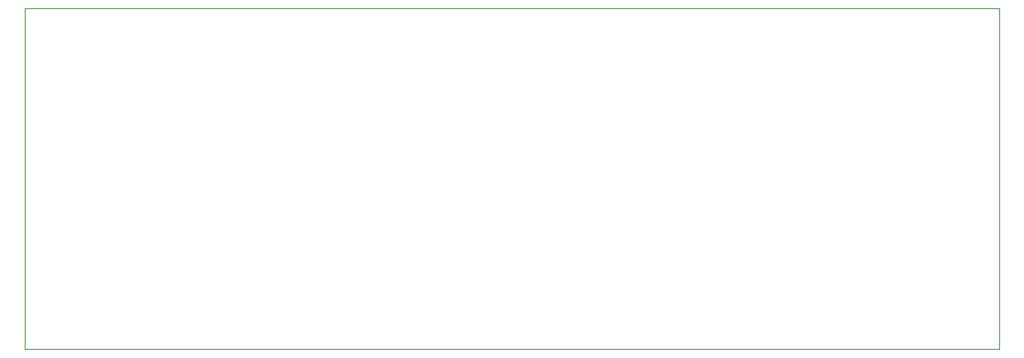
<source format=gbr>
G04 #@! TF.GenerationSoftware,KiCad,Pcbnew,(5.1.4-0-10_14)*
G04 #@! TF.CreationDate,2020-06-13T20:06:02+02:00*
G04 #@! TF.ProjectId,two_comparator_effect,74776f5f-636f-46d7-9061-7261746f725f,rev?*
G04 #@! TF.SameCoordinates,Original*
G04 #@! TF.FileFunction,Profile,NP*
%FSLAX46Y46*%
G04 Gerber Fmt 4.6, Leading zero omitted, Abs format (unit mm)*
G04 Created by KiCad (PCBNEW (5.1.4-0-10_14)) date 2020-06-13 20:06:02*
%MOMM*%
%LPD*%
G04 APERTURE LIST*
%ADD10C,0.050000*%
G04 APERTURE END LIST*
D10*
X90000000Y-80000000D02*
X90000000Y-45000000D01*
X190000000Y-80000000D02*
X90000000Y-80000000D01*
X190000000Y-45000000D02*
X190000000Y-80000000D01*
X90000000Y-45000000D02*
X190000000Y-45000000D01*
M02*

</source>
